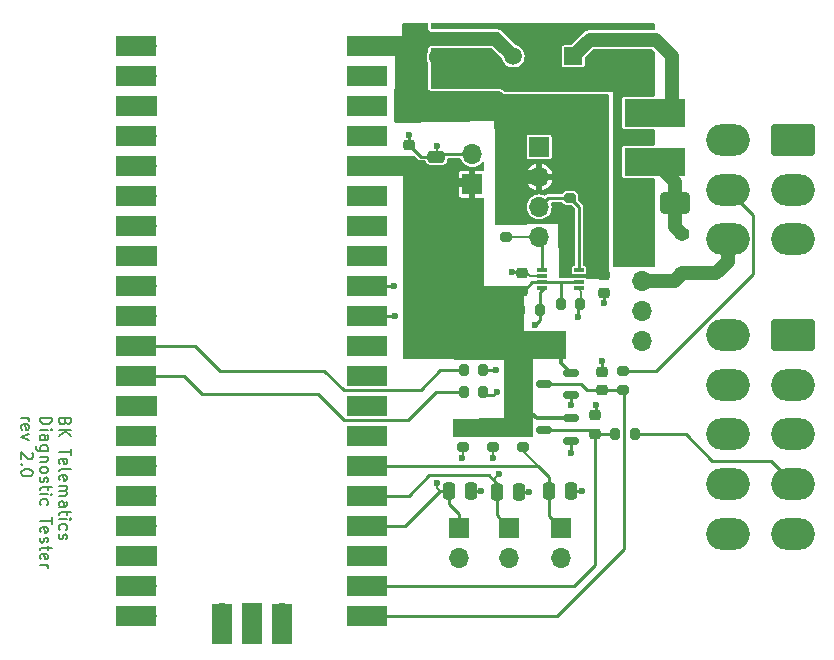
<source format=gbr>
%TF.GenerationSoftware,KiCad,Pcbnew,8.99.0-1896-g1e663268ac*%
%TF.CreationDate,2024-10-16T09:53:04+03:00*%
%TF.ProjectId,diagnostic_tester,64696167-6e6f-4737-9469-635f74657374,rev?*%
%TF.SameCoordinates,Original*%
%TF.FileFunction,Copper,L1,Top*%
%TF.FilePolarity,Positive*%
%FSLAX46Y46*%
G04 Gerber Fmt 4.6, Leading zero omitted, Abs format (unit mm)*
G04 Created by KiCad (PCBNEW 8.99.0-1896-g1e663268ac) date 2024-10-16 09:53:04*
%MOMM*%
%LPD*%
G01*
G04 APERTURE LIST*
G04 Aperture macros list*
%AMRoundRect*
0 Rectangle with rounded corners*
0 $1 Rounding radius*
0 $2 $3 $4 $5 $6 $7 $8 $9 X,Y pos of 4 corners*
0 Add a 4 corners polygon primitive as box body*
4,1,4,$2,$3,$4,$5,$6,$7,$8,$9,$2,$3,0*
0 Add four circle primitives for the rounded corners*
1,1,$1+$1,$2,$3*
1,1,$1+$1,$4,$5*
1,1,$1+$1,$6,$7*
1,1,$1+$1,$8,$9*
0 Add four rect primitives between the rounded corners*
20,1,$1+$1,$2,$3,$4,$5,0*
20,1,$1+$1,$4,$5,$6,$7,0*
20,1,$1+$1,$6,$7,$8,$9,0*
20,1,$1+$1,$8,$9,$2,$3,0*%
G04 Aperture macros list end*
%ADD10C,0.200000*%
%TA.AperFunction,NonConductor*%
%ADD11C,0.200000*%
%TD*%
%TA.AperFunction,ComponentPad*%
%ADD12RoundRect,0.250001X-1.599999X1.099999X-1.599999X-1.099999X1.599999X-1.099999X1.599999X1.099999X0*%
%TD*%
%TA.AperFunction,ComponentPad*%
%ADD13O,3.700000X2.700000*%
%TD*%
%TA.AperFunction,SMDPad,CuDef*%
%ADD14RoundRect,0.250000X0.475000X-0.250000X0.475000X0.250000X-0.475000X0.250000X-0.475000X-0.250000X0*%
%TD*%
%TA.AperFunction,SMDPad,CuDef*%
%ADD15RoundRect,0.225000X-0.250000X0.225000X-0.250000X-0.225000X0.250000X-0.225000X0.250000X0.225000X0*%
%TD*%
%TA.AperFunction,SMDPad,CuDef*%
%ADD16RoundRect,0.200000X0.200000X0.275000X-0.200000X0.275000X-0.200000X-0.275000X0.200000X-0.275000X0*%
%TD*%
%TA.AperFunction,SMDPad,CuDef*%
%ADD17RoundRect,0.225000X0.250000X-0.225000X0.250000X0.225000X-0.250000X0.225000X-0.250000X-0.225000X0*%
%TD*%
%TA.AperFunction,SMDPad,CuDef*%
%ADD18RoundRect,0.200000X-0.275000X0.200000X-0.275000X-0.200000X0.275000X-0.200000X0.275000X0.200000X0*%
%TD*%
%TA.AperFunction,SMDPad,CuDef*%
%ADD19RoundRect,0.250000X-0.250000X-0.475000X0.250000X-0.475000X0.250000X0.475000X-0.250000X0.475000X0*%
%TD*%
%TA.AperFunction,SMDPad,CuDef*%
%ADD20RoundRect,0.150000X0.512500X0.150000X-0.512500X0.150000X-0.512500X-0.150000X0.512500X-0.150000X0*%
%TD*%
%TA.AperFunction,ComponentPad*%
%ADD21R,1.700000X1.700000*%
%TD*%
%TA.AperFunction,ComponentPad*%
%ADD22O,1.700000X1.700000*%
%TD*%
%TA.AperFunction,SMDPad,CuDef*%
%ADD23RoundRect,0.200000X0.275000X-0.200000X0.275000X0.200000X-0.275000X0.200000X-0.275000X-0.200000X0*%
%TD*%
%TA.AperFunction,SMDPad,CuDef*%
%ADD24R,0.850000X0.300000*%
%TD*%
%TA.AperFunction,ComponentPad*%
%ADD25R,1.500000X1.500000*%
%TD*%
%TA.AperFunction,ComponentPad*%
%ADD26C,1.500000*%
%TD*%
%TA.AperFunction,SMDPad,CuDef*%
%ADD27RoundRect,0.250000X-1.100000X0.325000X-1.100000X-0.325000X1.100000X-0.325000X1.100000X0.325000X0*%
%TD*%
%TA.AperFunction,SMDPad,CuDef*%
%ADD28R,5.100000X2.350000*%
%TD*%
%TA.AperFunction,SMDPad,CuDef*%
%ADD29RoundRect,0.250000X-0.475000X0.250000X-0.475000X-0.250000X0.475000X-0.250000X0.475000X0.250000X0*%
%TD*%
%TA.AperFunction,SMDPad,CuDef*%
%ADD30R,3.500000X1.700000*%
%TD*%
%TA.AperFunction,SMDPad,CuDef*%
%ADD31R,1.700000X3.500000*%
%TD*%
%TA.AperFunction,SMDPad,CuDef*%
%ADD32RoundRect,0.250000X1.000000X0.650000X-1.000000X0.650000X-1.000000X-0.650000X1.000000X-0.650000X0*%
%TD*%
%TA.AperFunction,SMDPad,CuDef*%
%ADD33RoundRect,0.225000X-0.375000X0.225000X-0.375000X-0.225000X0.375000X-0.225000X0.375000X0.225000X0*%
%TD*%
%TA.AperFunction,ViaPad*%
%ADD34C,0.600000*%
%TD*%
%TA.AperFunction,Conductor*%
%ADD35C,0.150000*%
%TD*%
%TA.AperFunction,Conductor*%
%ADD36C,0.254000*%
%TD*%
%TA.AperFunction,Conductor*%
%ADD37C,1.200000*%
%TD*%
%TA.AperFunction,Conductor*%
%ADD38C,0.300000*%
%TD*%
%TA.AperFunction,Conductor*%
%ADD39C,0.200000*%
%TD*%
G04 APERTURE END LIST*
D10*
D11*
X48176478Y-71273006D02*
X48128859Y-71415863D01*
X48128859Y-71415863D02*
X48081240Y-71463482D01*
X48081240Y-71463482D02*
X47986002Y-71511101D01*
X47986002Y-71511101D02*
X47843145Y-71511101D01*
X47843145Y-71511101D02*
X47747907Y-71463482D01*
X47747907Y-71463482D02*
X47700288Y-71415863D01*
X47700288Y-71415863D02*
X47652668Y-71320625D01*
X47652668Y-71320625D02*
X47652668Y-70939673D01*
X47652668Y-70939673D02*
X48652668Y-70939673D01*
X48652668Y-70939673D02*
X48652668Y-71273006D01*
X48652668Y-71273006D02*
X48605049Y-71368244D01*
X48605049Y-71368244D02*
X48557430Y-71415863D01*
X48557430Y-71415863D02*
X48462192Y-71463482D01*
X48462192Y-71463482D02*
X48366954Y-71463482D01*
X48366954Y-71463482D02*
X48271716Y-71415863D01*
X48271716Y-71415863D02*
X48224097Y-71368244D01*
X48224097Y-71368244D02*
X48176478Y-71273006D01*
X48176478Y-71273006D02*
X48176478Y-70939673D01*
X47652668Y-71939673D02*
X48652668Y-71939673D01*
X47652668Y-72511101D02*
X48224097Y-72082530D01*
X48652668Y-72511101D02*
X48081240Y-71939673D01*
X48652668Y-73558721D02*
X48652668Y-74130149D01*
X47652668Y-73844435D02*
X48652668Y-73844435D01*
X47700288Y-74844435D02*
X47652668Y-74749197D01*
X47652668Y-74749197D02*
X47652668Y-74558721D01*
X47652668Y-74558721D02*
X47700288Y-74463483D01*
X47700288Y-74463483D02*
X47795526Y-74415864D01*
X47795526Y-74415864D02*
X48176478Y-74415864D01*
X48176478Y-74415864D02*
X48271716Y-74463483D01*
X48271716Y-74463483D02*
X48319335Y-74558721D01*
X48319335Y-74558721D02*
X48319335Y-74749197D01*
X48319335Y-74749197D02*
X48271716Y-74844435D01*
X48271716Y-74844435D02*
X48176478Y-74892054D01*
X48176478Y-74892054D02*
X48081240Y-74892054D01*
X48081240Y-74892054D02*
X47986002Y-74415864D01*
X47652668Y-75463483D02*
X47700288Y-75368245D01*
X47700288Y-75368245D02*
X47795526Y-75320626D01*
X47795526Y-75320626D02*
X48652668Y-75320626D01*
X47700288Y-76225388D02*
X47652668Y-76130150D01*
X47652668Y-76130150D02*
X47652668Y-75939674D01*
X47652668Y-75939674D02*
X47700288Y-75844436D01*
X47700288Y-75844436D02*
X47795526Y-75796817D01*
X47795526Y-75796817D02*
X48176478Y-75796817D01*
X48176478Y-75796817D02*
X48271716Y-75844436D01*
X48271716Y-75844436D02*
X48319335Y-75939674D01*
X48319335Y-75939674D02*
X48319335Y-76130150D01*
X48319335Y-76130150D02*
X48271716Y-76225388D01*
X48271716Y-76225388D02*
X48176478Y-76273007D01*
X48176478Y-76273007D02*
X48081240Y-76273007D01*
X48081240Y-76273007D02*
X47986002Y-75796817D01*
X47652668Y-76701579D02*
X48319335Y-76701579D01*
X48224097Y-76701579D02*
X48271716Y-76749198D01*
X48271716Y-76749198D02*
X48319335Y-76844436D01*
X48319335Y-76844436D02*
X48319335Y-76987293D01*
X48319335Y-76987293D02*
X48271716Y-77082531D01*
X48271716Y-77082531D02*
X48176478Y-77130150D01*
X48176478Y-77130150D02*
X47652668Y-77130150D01*
X48176478Y-77130150D02*
X48271716Y-77177769D01*
X48271716Y-77177769D02*
X48319335Y-77273007D01*
X48319335Y-77273007D02*
X48319335Y-77415864D01*
X48319335Y-77415864D02*
X48271716Y-77511103D01*
X48271716Y-77511103D02*
X48176478Y-77558722D01*
X48176478Y-77558722D02*
X47652668Y-77558722D01*
X47652668Y-78463483D02*
X48176478Y-78463483D01*
X48176478Y-78463483D02*
X48271716Y-78415864D01*
X48271716Y-78415864D02*
X48319335Y-78320626D01*
X48319335Y-78320626D02*
X48319335Y-78130150D01*
X48319335Y-78130150D02*
X48271716Y-78034912D01*
X47700288Y-78463483D02*
X47652668Y-78368245D01*
X47652668Y-78368245D02*
X47652668Y-78130150D01*
X47652668Y-78130150D02*
X47700288Y-78034912D01*
X47700288Y-78034912D02*
X47795526Y-77987293D01*
X47795526Y-77987293D02*
X47890764Y-77987293D01*
X47890764Y-77987293D02*
X47986002Y-78034912D01*
X47986002Y-78034912D02*
X48033621Y-78130150D01*
X48033621Y-78130150D02*
X48033621Y-78368245D01*
X48033621Y-78368245D02*
X48081240Y-78463483D01*
X48319335Y-78796817D02*
X48319335Y-79177769D01*
X48652668Y-78939674D02*
X47795526Y-78939674D01*
X47795526Y-78939674D02*
X47700288Y-78987293D01*
X47700288Y-78987293D02*
X47652668Y-79082531D01*
X47652668Y-79082531D02*
X47652668Y-79177769D01*
X47652668Y-79511103D02*
X48319335Y-79511103D01*
X48652668Y-79511103D02*
X48605049Y-79463484D01*
X48605049Y-79463484D02*
X48557430Y-79511103D01*
X48557430Y-79511103D02*
X48605049Y-79558722D01*
X48605049Y-79558722D02*
X48652668Y-79511103D01*
X48652668Y-79511103D02*
X48557430Y-79511103D01*
X47700288Y-80415864D02*
X47652668Y-80320626D01*
X47652668Y-80320626D02*
X47652668Y-80130150D01*
X47652668Y-80130150D02*
X47700288Y-80034912D01*
X47700288Y-80034912D02*
X47747907Y-79987293D01*
X47747907Y-79987293D02*
X47843145Y-79939674D01*
X47843145Y-79939674D02*
X48128859Y-79939674D01*
X48128859Y-79939674D02*
X48224097Y-79987293D01*
X48224097Y-79987293D02*
X48271716Y-80034912D01*
X48271716Y-80034912D02*
X48319335Y-80130150D01*
X48319335Y-80130150D02*
X48319335Y-80320626D01*
X48319335Y-80320626D02*
X48271716Y-80415864D01*
X47700288Y-80796817D02*
X47652668Y-80892055D01*
X47652668Y-80892055D02*
X47652668Y-81082531D01*
X47652668Y-81082531D02*
X47700288Y-81177769D01*
X47700288Y-81177769D02*
X47795526Y-81225388D01*
X47795526Y-81225388D02*
X47843145Y-81225388D01*
X47843145Y-81225388D02*
X47938383Y-81177769D01*
X47938383Y-81177769D02*
X47986002Y-81082531D01*
X47986002Y-81082531D02*
X47986002Y-80939674D01*
X47986002Y-80939674D02*
X48033621Y-80844436D01*
X48033621Y-80844436D02*
X48128859Y-80796817D01*
X48128859Y-80796817D02*
X48176478Y-80796817D01*
X48176478Y-80796817D02*
X48271716Y-80844436D01*
X48271716Y-80844436D02*
X48319335Y-80939674D01*
X48319335Y-80939674D02*
X48319335Y-81082531D01*
X48319335Y-81082531D02*
X48271716Y-81177769D01*
X46042724Y-70939673D02*
X47042724Y-70939673D01*
X47042724Y-70939673D02*
X47042724Y-71177768D01*
X47042724Y-71177768D02*
X46995105Y-71320625D01*
X46995105Y-71320625D02*
X46899867Y-71415863D01*
X46899867Y-71415863D02*
X46804629Y-71463482D01*
X46804629Y-71463482D02*
X46614153Y-71511101D01*
X46614153Y-71511101D02*
X46471296Y-71511101D01*
X46471296Y-71511101D02*
X46280820Y-71463482D01*
X46280820Y-71463482D02*
X46185582Y-71415863D01*
X46185582Y-71415863D02*
X46090344Y-71320625D01*
X46090344Y-71320625D02*
X46042724Y-71177768D01*
X46042724Y-71177768D02*
X46042724Y-70939673D01*
X46042724Y-71939673D02*
X46709391Y-71939673D01*
X47042724Y-71939673D02*
X46995105Y-71892054D01*
X46995105Y-71892054D02*
X46947486Y-71939673D01*
X46947486Y-71939673D02*
X46995105Y-71987292D01*
X46995105Y-71987292D02*
X47042724Y-71939673D01*
X47042724Y-71939673D02*
X46947486Y-71939673D01*
X46042724Y-72844434D02*
X46566534Y-72844434D01*
X46566534Y-72844434D02*
X46661772Y-72796815D01*
X46661772Y-72796815D02*
X46709391Y-72701577D01*
X46709391Y-72701577D02*
X46709391Y-72511101D01*
X46709391Y-72511101D02*
X46661772Y-72415863D01*
X46090344Y-72844434D02*
X46042724Y-72749196D01*
X46042724Y-72749196D02*
X46042724Y-72511101D01*
X46042724Y-72511101D02*
X46090344Y-72415863D01*
X46090344Y-72415863D02*
X46185582Y-72368244D01*
X46185582Y-72368244D02*
X46280820Y-72368244D01*
X46280820Y-72368244D02*
X46376058Y-72415863D01*
X46376058Y-72415863D02*
X46423677Y-72511101D01*
X46423677Y-72511101D02*
X46423677Y-72749196D01*
X46423677Y-72749196D02*
X46471296Y-72844434D01*
X46709391Y-73749196D02*
X45899867Y-73749196D01*
X45899867Y-73749196D02*
X45804629Y-73701577D01*
X45804629Y-73701577D02*
X45757010Y-73653958D01*
X45757010Y-73653958D02*
X45709391Y-73558720D01*
X45709391Y-73558720D02*
X45709391Y-73415863D01*
X45709391Y-73415863D02*
X45757010Y-73320625D01*
X46090344Y-73749196D02*
X46042724Y-73653958D01*
X46042724Y-73653958D02*
X46042724Y-73463482D01*
X46042724Y-73463482D02*
X46090344Y-73368244D01*
X46090344Y-73368244D02*
X46137963Y-73320625D01*
X46137963Y-73320625D02*
X46233201Y-73273006D01*
X46233201Y-73273006D02*
X46518915Y-73273006D01*
X46518915Y-73273006D02*
X46614153Y-73320625D01*
X46614153Y-73320625D02*
X46661772Y-73368244D01*
X46661772Y-73368244D02*
X46709391Y-73463482D01*
X46709391Y-73463482D02*
X46709391Y-73653958D01*
X46709391Y-73653958D02*
X46661772Y-73749196D01*
X46709391Y-74225387D02*
X46042724Y-74225387D01*
X46614153Y-74225387D02*
X46661772Y-74273006D01*
X46661772Y-74273006D02*
X46709391Y-74368244D01*
X46709391Y-74368244D02*
X46709391Y-74511101D01*
X46709391Y-74511101D02*
X46661772Y-74606339D01*
X46661772Y-74606339D02*
X46566534Y-74653958D01*
X46566534Y-74653958D02*
X46042724Y-74653958D01*
X46042724Y-75273006D02*
X46090344Y-75177768D01*
X46090344Y-75177768D02*
X46137963Y-75130149D01*
X46137963Y-75130149D02*
X46233201Y-75082530D01*
X46233201Y-75082530D02*
X46518915Y-75082530D01*
X46518915Y-75082530D02*
X46614153Y-75130149D01*
X46614153Y-75130149D02*
X46661772Y-75177768D01*
X46661772Y-75177768D02*
X46709391Y-75273006D01*
X46709391Y-75273006D02*
X46709391Y-75415863D01*
X46709391Y-75415863D02*
X46661772Y-75511101D01*
X46661772Y-75511101D02*
X46614153Y-75558720D01*
X46614153Y-75558720D02*
X46518915Y-75606339D01*
X46518915Y-75606339D02*
X46233201Y-75606339D01*
X46233201Y-75606339D02*
X46137963Y-75558720D01*
X46137963Y-75558720D02*
X46090344Y-75511101D01*
X46090344Y-75511101D02*
X46042724Y-75415863D01*
X46042724Y-75415863D02*
X46042724Y-75273006D01*
X46090344Y-75987292D02*
X46042724Y-76082530D01*
X46042724Y-76082530D02*
X46042724Y-76273006D01*
X46042724Y-76273006D02*
X46090344Y-76368244D01*
X46090344Y-76368244D02*
X46185582Y-76415863D01*
X46185582Y-76415863D02*
X46233201Y-76415863D01*
X46233201Y-76415863D02*
X46328439Y-76368244D01*
X46328439Y-76368244D02*
X46376058Y-76273006D01*
X46376058Y-76273006D02*
X46376058Y-76130149D01*
X46376058Y-76130149D02*
X46423677Y-76034911D01*
X46423677Y-76034911D02*
X46518915Y-75987292D01*
X46518915Y-75987292D02*
X46566534Y-75987292D01*
X46566534Y-75987292D02*
X46661772Y-76034911D01*
X46661772Y-76034911D02*
X46709391Y-76130149D01*
X46709391Y-76130149D02*
X46709391Y-76273006D01*
X46709391Y-76273006D02*
X46661772Y-76368244D01*
X46709391Y-76701578D02*
X46709391Y-77082530D01*
X47042724Y-76844435D02*
X46185582Y-76844435D01*
X46185582Y-76844435D02*
X46090344Y-76892054D01*
X46090344Y-76892054D02*
X46042724Y-76987292D01*
X46042724Y-76987292D02*
X46042724Y-77082530D01*
X46042724Y-77415864D02*
X46709391Y-77415864D01*
X47042724Y-77415864D02*
X46995105Y-77368245D01*
X46995105Y-77368245D02*
X46947486Y-77415864D01*
X46947486Y-77415864D02*
X46995105Y-77463483D01*
X46995105Y-77463483D02*
X47042724Y-77415864D01*
X47042724Y-77415864D02*
X46947486Y-77415864D01*
X46090344Y-78320625D02*
X46042724Y-78225387D01*
X46042724Y-78225387D02*
X46042724Y-78034911D01*
X46042724Y-78034911D02*
X46090344Y-77939673D01*
X46090344Y-77939673D02*
X46137963Y-77892054D01*
X46137963Y-77892054D02*
X46233201Y-77844435D01*
X46233201Y-77844435D02*
X46518915Y-77844435D01*
X46518915Y-77844435D02*
X46614153Y-77892054D01*
X46614153Y-77892054D02*
X46661772Y-77939673D01*
X46661772Y-77939673D02*
X46709391Y-78034911D01*
X46709391Y-78034911D02*
X46709391Y-78225387D01*
X46709391Y-78225387D02*
X46661772Y-78320625D01*
X47042724Y-79368245D02*
X47042724Y-79939673D01*
X46042724Y-79653959D02*
X47042724Y-79653959D01*
X46090344Y-80653959D02*
X46042724Y-80558721D01*
X46042724Y-80558721D02*
X46042724Y-80368245D01*
X46042724Y-80368245D02*
X46090344Y-80273007D01*
X46090344Y-80273007D02*
X46185582Y-80225388D01*
X46185582Y-80225388D02*
X46566534Y-80225388D01*
X46566534Y-80225388D02*
X46661772Y-80273007D01*
X46661772Y-80273007D02*
X46709391Y-80368245D01*
X46709391Y-80368245D02*
X46709391Y-80558721D01*
X46709391Y-80558721D02*
X46661772Y-80653959D01*
X46661772Y-80653959D02*
X46566534Y-80701578D01*
X46566534Y-80701578D02*
X46471296Y-80701578D01*
X46471296Y-80701578D02*
X46376058Y-80225388D01*
X46090344Y-81082531D02*
X46042724Y-81177769D01*
X46042724Y-81177769D02*
X46042724Y-81368245D01*
X46042724Y-81368245D02*
X46090344Y-81463483D01*
X46090344Y-81463483D02*
X46185582Y-81511102D01*
X46185582Y-81511102D02*
X46233201Y-81511102D01*
X46233201Y-81511102D02*
X46328439Y-81463483D01*
X46328439Y-81463483D02*
X46376058Y-81368245D01*
X46376058Y-81368245D02*
X46376058Y-81225388D01*
X46376058Y-81225388D02*
X46423677Y-81130150D01*
X46423677Y-81130150D02*
X46518915Y-81082531D01*
X46518915Y-81082531D02*
X46566534Y-81082531D01*
X46566534Y-81082531D02*
X46661772Y-81130150D01*
X46661772Y-81130150D02*
X46709391Y-81225388D01*
X46709391Y-81225388D02*
X46709391Y-81368245D01*
X46709391Y-81368245D02*
X46661772Y-81463483D01*
X46709391Y-81796817D02*
X46709391Y-82177769D01*
X47042724Y-81939674D02*
X46185582Y-81939674D01*
X46185582Y-81939674D02*
X46090344Y-81987293D01*
X46090344Y-81987293D02*
X46042724Y-82082531D01*
X46042724Y-82082531D02*
X46042724Y-82177769D01*
X46090344Y-82892055D02*
X46042724Y-82796817D01*
X46042724Y-82796817D02*
X46042724Y-82606341D01*
X46042724Y-82606341D02*
X46090344Y-82511103D01*
X46090344Y-82511103D02*
X46185582Y-82463484D01*
X46185582Y-82463484D02*
X46566534Y-82463484D01*
X46566534Y-82463484D02*
X46661772Y-82511103D01*
X46661772Y-82511103D02*
X46709391Y-82606341D01*
X46709391Y-82606341D02*
X46709391Y-82796817D01*
X46709391Y-82796817D02*
X46661772Y-82892055D01*
X46661772Y-82892055D02*
X46566534Y-82939674D01*
X46566534Y-82939674D02*
X46471296Y-82939674D01*
X46471296Y-82939674D02*
X46376058Y-82463484D01*
X46042724Y-83368246D02*
X46709391Y-83368246D01*
X46518915Y-83368246D02*
X46614153Y-83415865D01*
X46614153Y-83415865D02*
X46661772Y-83463484D01*
X46661772Y-83463484D02*
X46709391Y-83558722D01*
X46709391Y-83558722D02*
X46709391Y-83653960D01*
X44432780Y-70939673D02*
X45099447Y-70939673D01*
X44908971Y-70939673D02*
X45004209Y-70987292D01*
X45004209Y-70987292D02*
X45051828Y-71034911D01*
X45051828Y-71034911D02*
X45099447Y-71130149D01*
X45099447Y-71130149D02*
X45099447Y-71225387D01*
X44480400Y-71939673D02*
X44432780Y-71844435D01*
X44432780Y-71844435D02*
X44432780Y-71653959D01*
X44432780Y-71653959D02*
X44480400Y-71558721D01*
X44480400Y-71558721D02*
X44575638Y-71511102D01*
X44575638Y-71511102D02*
X44956590Y-71511102D01*
X44956590Y-71511102D02*
X45051828Y-71558721D01*
X45051828Y-71558721D02*
X45099447Y-71653959D01*
X45099447Y-71653959D02*
X45099447Y-71844435D01*
X45099447Y-71844435D02*
X45051828Y-71939673D01*
X45051828Y-71939673D02*
X44956590Y-71987292D01*
X44956590Y-71987292D02*
X44861352Y-71987292D01*
X44861352Y-71987292D02*
X44766114Y-71511102D01*
X45099447Y-72320626D02*
X44432780Y-72558721D01*
X44432780Y-72558721D02*
X45099447Y-72796816D01*
X45337542Y-73892055D02*
X45385161Y-73939674D01*
X45385161Y-73939674D02*
X45432780Y-74034912D01*
X45432780Y-74034912D02*
X45432780Y-74273007D01*
X45432780Y-74273007D02*
X45385161Y-74368245D01*
X45385161Y-74368245D02*
X45337542Y-74415864D01*
X45337542Y-74415864D02*
X45242304Y-74463483D01*
X45242304Y-74463483D02*
X45147066Y-74463483D01*
X45147066Y-74463483D02*
X45004209Y-74415864D01*
X45004209Y-74415864D02*
X44432780Y-73844436D01*
X44432780Y-73844436D02*
X44432780Y-74463483D01*
X44528019Y-74892055D02*
X44480400Y-74939674D01*
X44480400Y-74939674D02*
X44432780Y-74892055D01*
X44432780Y-74892055D02*
X44480400Y-74844436D01*
X44480400Y-74844436D02*
X44528019Y-74892055D01*
X44528019Y-74892055D02*
X44432780Y-74892055D01*
X45432780Y-75558721D02*
X45432780Y-75653959D01*
X45432780Y-75653959D02*
X45385161Y-75749197D01*
X45385161Y-75749197D02*
X45337542Y-75796816D01*
X45337542Y-75796816D02*
X45242304Y-75844435D01*
X45242304Y-75844435D02*
X45051828Y-75892054D01*
X45051828Y-75892054D02*
X44813733Y-75892054D01*
X44813733Y-75892054D02*
X44623257Y-75844435D01*
X44623257Y-75844435D02*
X44528019Y-75796816D01*
X44528019Y-75796816D02*
X44480400Y-75749197D01*
X44480400Y-75749197D02*
X44432780Y-75653959D01*
X44432780Y-75653959D02*
X44432780Y-75558721D01*
X44432780Y-75558721D02*
X44480400Y-75463483D01*
X44480400Y-75463483D02*
X44528019Y-75415864D01*
X44528019Y-75415864D02*
X44623257Y-75368245D01*
X44623257Y-75368245D02*
X44813733Y-75320626D01*
X44813733Y-75320626D02*
X45051828Y-75320626D01*
X45051828Y-75320626D02*
X45242304Y-75368245D01*
X45242304Y-75368245D02*
X45337542Y-75415864D01*
X45337542Y-75415864D02*
X45385161Y-75463483D01*
X45385161Y-75463483D02*
X45432780Y-75558721D01*
D12*
%TO.P,J5,1,Pin_1*%
%TO.N,unconnected-(J5-Pin_1-Pad1)*%
X109760000Y-63950000D03*
D13*
%TO.P,J5,2,Pin_2*%
%TO.N,GND*%
X109760000Y-68150000D03*
%TO.P,J5,3,Pin_3*%
%TO.N,unconnected-(J5-Pin_3-Pad3)*%
X109760000Y-72350000D03*
%TO.P,J5,4,Pin_4*%
%TO.N,/TX_MASTER*%
X109760000Y-76550000D03*
%TO.P,J5,5,Pin_5*%
%TO.N,unconnected-(J5-Pin_5-Pad5)*%
X109760000Y-80750000D03*
%TO.P,J5,6,Pin_6*%
%TO.N,GND*%
X104260000Y-63950000D03*
%TO.P,J5,7,Pin_7*%
%TO.N,unconnected-(J5-Pin_7-Pad7)*%
X104260000Y-68150000D03*
%TO.P,J5,8,Pin_8*%
%TO.N,unconnected-(J5-Pin_8-Pad8)*%
X104260000Y-72350000D03*
%TO.P,J5,9,Pin_9*%
%TO.N,unconnected-(J5-Pin_9-Pad9)*%
X104260000Y-76550000D03*
%TO.P,J5,10,Pin_10*%
%TO.N,unconnected-(J5-Pin_10-Pad10)*%
X104260000Y-80750000D03*
%TD*%
D14*
%TO.P,C12,1*%
%TO.N,+3V3*%
X79600000Y-50725000D03*
%TO.P,C12,2*%
%TO.N,GND*%
X79600000Y-48825000D03*
%TD*%
D15*
%TO.P,C8,1*%
%TO.N,+5V*%
X79500000Y-38840000D03*
%TO.P,C8,2*%
%TO.N,GND*%
X79500000Y-40390000D03*
%TD*%
D16*
%TO.P,R5,1*%
%TO.N,/RX_SNIFFER*%
X83565000Y-66940000D03*
%TO.P,R5,2*%
%TO.N,/TX1*%
X81915000Y-66940000D03*
%TD*%
D17*
%TO.P,C2,1*%
%TO.N,/RX0*%
X93055000Y-72275000D03*
%TO.P,C2,2*%
%TO.N,GND*%
X93055000Y-70725000D03*
%TD*%
D18*
%TO.P,R10,1*%
%TO.N,+3V3*%
X84385000Y-71755000D03*
%TO.P,R10,2*%
%TO.N,/Button2*%
X84385000Y-73405000D03*
%TD*%
D16*
%TO.P,R8,1*%
%TO.N,/PICO_SCL*%
X88360000Y-61835000D03*
%TO.P,R8,2*%
%TO.N,+3V3*%
X86710000Y-61835000D03*
%TD*%
D18*
%TO.P,R9,1*%
%TO.N,+3V3*%
X86960000Y-71755000D03*
%TO.P,R9,2*%
%TO.N,/Button1*%
X86960000Y-73405000D03*
%TD*%
D19*
%TO.P,C9,1*%
%TO.N,/Button1*%
X89135000Y-77175000D03*
%TO.P,C9,2*%
%TO.N,GND*%
X91035000Y-77175000D03*
%TD*%
D20*
%TO.P,D1,1,A*%
%TO.N,GND*%
X90987500Y-72890000D03*
%TO.P,D1,2,K*%
%TO.N,+3V3*%
X90987500Y-70990000D03*
%TO.P,D1,3,COM*%
%TO.N,/RX0*%
X88712500Y-71940000D03*
%TD*%
D21*
%TO.P,J7,1,Pin_1*%
%TO.N,GND*%
X88300000Y-48010000D03*
D22*
%TO.P,J7,2,Pin_2*%
%TO.N,+5V*%
X88300000Y-50550000D03*
%TO.P,J7,3,Pin_3*%
%TO.N,/LCD_SDA*%
X88300000Y-53090000D03*
%TO.P,J7,4,Pin_4*%
%TO.N,/LCD_SCL*%
X88300000Y-55630000D03*
%TD*%
D21*
%TO.P,J2,1,Pin_1*%
%TO.N,/Button2*%
X85785000Y-80235000D03*
D22*
%TO.P,J2,2,Pin_2*%
%TO.N,GND*%
X85785000Y-82775000D03*
%TD*%
D17*
%TO.P,C4,1*%
%TO.N,+3V3*%
X86830000Y-60210000D03*
%TO.P,C4,2*%
%TO.N,GND*%
X86830000Y-58660000D03*
%TD*%
D21*
%TO.P,J6,1,Pin_1*%
%TO.N,+3V3*%
X82650000Y-51175000D03*
D22*
%TO.P,J6,2,Pin_2*%
%TO.N,GND*%
X82650000Y-48635000D03*
%TD*%
D20*
%TO.P,D2,1,A*%
%TO.N,GND*%
X90987500Y-69050000D03*
%TO.P,D2,2,K*%
%TO.N,+3V3*%
X90987500Y-67150000D03*
%TO.P,D2,3,COM*%
%TO.N,/TX0*%
X88712500Y-68100000D03*
%TD*%
D16*
%TO.P,R7,1*%
%TO.N,/PICO_SDA*%
X91760000Y-61335000D03*
%TO.P,R7,2*%
%TO.N,+3V3*%
X90110000Y-61335000D03*
%TD*%
D23*
%TO.P,R1,1*%
%TO.N,/LCD_SCL*%
X85525000Y-55650000D03*
%TO.P,R1,2*%
%TO.N,+5V*%
X85525000Y-54000000D03*
%TD*%
D17*
%TO.P,C3,1*%
%TO.N,/TX0*%
X93660000Y-68590000D03*
%TO.P,C3,2*%
%TO.N,GND*%
X93660000Y-67040000D03*
%TD*%
D24*
%TO.P,U1,1,B2*%
%TO.N,/LCD_SCL*%
X88580000Y-58445000D03*
%TO.P,U1,2,GND*%
%TO.N,GND*%
X88580000Y-58945000D03*
%TO.P,U1,3,VCCA*%
%TO.N,+3V3*%
X88580000Y-59445000D03*
%TO.P,U1,4,A2*%
%TO.N,/PICO_SCL*%
X88580000Y-59945000D03*
%TO.P,U1,5,A1*%
%TO.N,/PICO_SDA*%
X91680000Y-59945000D03*
%TO.P,U1,6,OE*%
%TO.N,+3V3*%
X91680000Y-59445000D03*
%TO.P,U1,7,VCCB*%
%TO.N,+5V*%
X91680000Y-58945000D03*
%TO.P,U1,8,B1*%
%TO.N,/LCD_SDA*%
X91680000Y-58445000D03*
%TD*%
D25*
%TO.P,U3,1,Vin*%
%TO.N,/+VIN_PROTECTED*%
X91190000Y-40330000D03*
D26*
%TO.P,U3,2,GND*%
%TO.N,GND*%
X88650000Y-40330000D03*
%TO.P,U3,3,Vout*%
%TO.N,+5V*%
X86110000Y-40330000D03*
%TD*%
D21*
%TO.P,J8,1,Pin_1*%
%TO.N,GND*%
X96980000Y-56800000D03*
D22*
%TO.P,J8,2,Pin_2*%
%TO.N,+24V*%
X96980000Y-59340000D03*
%TO.P,J8,3,Pin_3*%
%TO.N,/RX_SNIFFER*%
X96980000Y-61880000D03*
%TO.P,J8,4,Pin_4*%
%TO.N,/TX_SNIFFER*%
X96980000Y-64420000D03*
%TD*%
D12*
%TO.P,J4,1,Pin_1*%
%TO.N,unconnected-(J4-Pin_1-Pad1)*%
X109760000Y-47430000D03*
D13*
%TO.P,J4,2,Pin_2*%
%TO.N,unconnected-(J4-Pin_2-Pad2)*%
X109760000Y-51630000D03*
%TO.P,J4,3,Pin_3*%
%TO.N,GND*%
X109760000Y-55830000D03*
%TO.P,J4,4,Pin_4*%
%TO.N,unconnected-(J4-Pin_4-Pad4)*%
X104260000Y-47430000D03*
%TO.P,J4,5,Pin_5*%
%TO.N,/RX_MASTER*%
X104260000Y-51630000D03*
%TO.P,J4,6,Pin_6*%
%TO.N,+24V*%
X104260000Y-55830000D03*
%TD*%
D18*
%TO.P,R4,1*%
%TO.N,/RX_MASTER*%
X95400000Y-66950000D03*
%TO.P,R4,2*%
%TO.N,/TX0*%
X95400000Y-68600000D03*
%TD*%
%TO.P,R11,1*%
%TO.N,+3V3*%
X81810000Y-71755000D03*
%TO.P,R11,2*%
%TO.N,/Button3*%
X81810000Y-73405000D03*
%TD*%
D16*
%TO.P,R3,1*%
%TO.N,/TX_MASTER*%
X96375000Y-72350000D03*
%TO.P,R3,2*%
%TO.N,/RX0*%
X94725000Y-72350000D03*
%TD*%
D27*
%TO.P,C5,1*%
%TO.N,/+VIN_PROTECTED*%
X96650000Y-38925000D03*
%TO.P,C5,2*%
%TO.N,GND*%
X96650000Y-41875000D03*
%TD*%
D15*
%TO.P,C1,1*%
%TO.N,+5V*%
X93750000Y-58865000D03*
%TO.P,C1,2*%
%TO.N,GND*%
X93750000Y-60415000D03*
%TD*%
D23*
%TO.P,R2,1*%
%TO.N,/LCD_SDA*%
X90930000Y-52335000D03*
%TO.P,R2,2*%
%TO.N,+5V*%
X90930000Y-50685000D03*
%TD*%
D17*
%TO.P,C6,1*%
%TO.N,+3V3*%
X77290000Y-49395000D03*
%TO.P,C6,2*%
%TO.N,GND*%
X77290000Y-47845000D03*
%TD*%
D21*
%TO.P,J3,1,Pin_1*%
%TO.N,/Button3*%
X81485000Y-80235000D03*
D22*
%TO.P,J3,2,Pin_2*%
%TO.N,GND*%
X81485000Y-82775000D03*
%TD*%
D19*
%TO.P,C11,1*%
%TO.N,/Button3*%
X80665000Y-77145000D03*
%TO.P,C11,2*%
%TO.N,GND*%
X82565000Y-77145000D03*
%TD*%
D28*
%TO.P,L1,1,1*%
%TO.N,Net-(D3-K)*%
X98075000Y-49275000D03*
%TO.P,L1,2,2*%
%TO.N,/+VIN_PROTECTED*%
X98075000Y-45125000D03*
%TD*%
D29*
%TO.P,C7,1*%
%TO.N,+5V*%
X81370000Y-38850000D03*
%TO.P,C7,2*%
%TO.N,GND*%
X81370000Y-40750000D03*
%TD*%
D22*
%TO.P,U2,1,GPIO0*%
%TO.N,unconnected-(U2-GPIO0-Pad1)_1*%
X55085000Y-39440000D03*
D30*
%TO.N,unconnected-(U2-GPIO0-Pad1)*%
X54185000Y-39440000D03*
D22*
%TO.P,U2,2,GPIO1*%
%TO.N,unconnected-(U2-GPIO1-Pad2)_1*%
X55085000Y-41980000D03*
D30*
%TO.N,unconnected-(U2-GPIO1-Pad2)*%
X54185000Y-41980000D03*
D21*
%TO.P,U2,3,GND*%
%TO.N,GND*%
X55085000Y-44520000D03*
D30*
X54185000Y-44520000D03*
D22*
%TO.P,U2,4,GPIO2*%
%TO.N,unconnected-(U2-GPIO2-Pad4)*%
X55085000Y-47060000D03*
D30*
%TO.N,unconnected-(U2-GPIO2-Pad4)_1*%
X54185000Y-47060000D03*
D22*
%TO.P,U2,5,GPIO3*%
%TO.N,unconnected-(U2-GPIO3-Pad5)*%
X55085000Y-49600000D03*
D30*
%TO.N,unconnected-(U2-GPIO3-Pad5)_1*%
X54185000Y-49600000D03*
D22*
%TO.P,U2,6,GPIO4*%
%TO.N,unconnected-(U2-GPIO4-Pad6)*%
X55085000Y-52140000D03*
D30*
%TO.N,unconnected-(U2-GPIO4-Pad6)_1*%
X54185000Y-52140000D03*
D22*
%TO.P,U2,7,GPIO5*%
%TO.N,unconnected-(U2-GPIO5-Pad7)_1*%
X55085000Y-54680000D03*
D30*
%TO.N,unconnected-(U2-GPIO5-Pad7)*%
X54185000Y-54680000D03*
D21*
%TO.P,U2,8,GND*%
%TO.N,GND*%
X55085000Y-57220000D03*
D30*
X54185000Y-57220000D03*
D22*
%TO.P,U2,9,GPIO6*%
%TO.N,unconnected-(U2-GPIO6-Pad9)_1*%
X55085000Y-59760000D03*
D30*
%TO.N,unconnected-(U2-GPIO6-Pad9)*%
X54185000Y-59760000D03*
D22*
%TO.P,U2,10,GPIO7*%
%TO.N,unconnected-(U2-GPIO7-Pad10)_1*%
X55085000Y-62300000D03*
D30*
%TO.N,unconnected-(U2-GPIO7-Pad10)*%
X54185000Y-62300000D03*
D22*
%TO.P,U2,11,GPIO8*%
%TO.N,/TX1*%
X55085000Y-64840000D03*
D30*
X54185000Y-64840000D03*
D22*
%TO.P,U2,12,GPIO9*%
%TO.N,/RX1*%
X55085000Y-67380000D03*
D30*
X54185000Y-67380000D03*
D21*
%TO.P,U2,13,GND*%
%TO.N,GND*%
X55085000Y-69920000D03*
D30*
X54185000Y-69920000D03*
D22*
%TO.P,U2,14,GPIO10*%
%TO.N,unconnected-(U2-GPIO10-Pad14)*%
X55085000Y-72460000D03*
D30*
%TO.N,unconnected-(U2-GPIO10-Pad14)_1*%
X54185000Y-72460000D03*
D22*
%TO.P,U2,15,GPIO11*%
%TO.N,unconnected-(U2-GPIO11-Pad15)_1*%
X55085000Y-75000000D03*
D30*
%TO.N,unconnected-(U2-GPIO11-Pad15)*%
X54185000Y-75000000D03*
D22*
%TO.P,U2,16,GPIO12*%
%TO.N,unconnected-(U2-GPIO12-Pad16)_1*%
X55085000Y-77540000D03*
D30*
%TO.N,unconnected-(U2-GPIO12-Pad16)*%
X54185000Y-77540000D03*
D22*
%TO.P,U2,17,GPIO13*%
%TO.N,unconnected-(U2-GPIO13-Pad17)*%
X55085000Y-80080000D03*
D30*
%TO.N,unconnected-(U2-GPIO13-Pad17)_1*%
X54185000Y-80080000D03*
D21*
%TO.P,U2,18,GND*%
%TO.N,GND*%
X55085000Y-82620000D03*
D30*
X54185000Y-82620000D03*
D22*
%TO.P,U2,19,GPIO14*%
%TO.N,unconnected-(U2-GPIO14-Pad19)*%
X55085000Y-85160000D03*
D30*
%TO.N,unconnected-(U2-GPIO14-Pad19)_1*%
X54185000Y-85160000D03*
D22*
%TO.P,U2,20,GPIO15*%
%TO.N,unconnected-(U2-GPIO15-Pad20)_1*%
X55085000Y-87700000D03*
D30*
%TO.N,unconnected-(U2-GPIO15-Pad20)*%
X54185000Y-87700000D03*
D22*
%TO.P,U2,21,GPIO16*%
%TO.N,/TX0*%
X72865000Y-87700000D03*
D30*
X73765000Y-87700000D03*
D22*
%TO.P,U2,22,GPIO17*%
%TO.N,/RX0*%
X72865000Y-85160000D03*
D30*
X73765000Y-85160000D03*
D21*
%TO.P,U2,23,GND*%
%TO.N,GND*%
X72865000Y-82620000D03*
D30*
X73765000Y-82620000D03*
D22*
%TO.P,U2,24,GPIO18*%
%TO.N,/Button3*%
X72865000Y-80080000D03*
D30*
X73765000Y-80080000D03*
D22*
%TO.P,U2,25,GPIO19*%
%TO.N,/Button2*%
X72865000Y-77540000D03*
D30*
X73765000Y-77540000D03*
D22*
%TO.P,U2,26,GPIO20*%
%TO.N,/Button1*%
X72865000Y-75000000D03*
D30*
X73765000Y-75000000D03*
D22*
%TO.P,U2,27,GPIO21*%
%TO.N,unconnected-(U2-GPIO21-Pad27)_1*%
X72865000Y-72460000D03*
D30*
%TO.N,unconnected-(U2-GPIO21-Pad27)*%
X73765000Y-72460000D03*
D21*
%TO.P,U2,28,GND*%
%TO.N,GND*%
X72865000Y-69920000D03*
D30*
X73765000Y-69920000D03*
D22*
%TO.P,U2,29,GPIO22*%
%TO.N,unconnected-(U2-GPIO22-Pad29)*%
X72865000Y-67380000D03*
D30*
%TO.N,unconnected-(U2-GPIO22-Pad29)_1*%
X73765000Y-67380000D03*
D22*
%TO.P,U2,30,RUN*%
%TO.N,unconnected-(U2-RUN-Pad30)_1*%
X72865000Y-64840000D03*
D30*
%TO.N,unconnected-(U2-RUN-Pad30)*%
X73765000Y-64840000D03*
D22*
%TO.P,U2,31,GPIO26_ADC0*%
%TO.N,/PICO_SDA*%
X72865000Y-62300000D03*
D30*
X73765000Y-62300000D03*
D22*
%TO.P,U2,32,GPIO27_ADC1*%
%TO.N,/PICO_SCL*%
X72865000Y-59760000D03*
D30*
X73765000Y-59760000D03*
D21*
%TO.P,U2,33,AGND*%
%TO.N,GND*%
X72865000Y-57220000D03*
D30*
X73765000Y-57220000D03*
D22*
%TO.P,U2,34,GPIO28_ADC2*%
%TO.N,unconnected-(U2-GPIO28_ADC2-Pad34)*%
X72865000Y-54680000D03*
D30*
%TO.N,unconnected-(U2-GPIO28_ADC2-Pad34)_1*%
X73765000Y-54680000D03*
D22*
%TO.P,U2,35,ADC_VREF*%
%TO.N,unconnected-(U2-ADC_VREF-Pad35)_1*%
X72865000Y-52140000D03*
D30*
%TO.N,unconnected-(U2-ADC_VREF-Pad35)*%
X73765000Y-52140000D03*
D22*
%TO.P,U2,36,3V3*%
%TO.N,+3V3*%
X72865000Y-49600000D03*
D30*
X73765000Y-49600000D03*
D22*
%TO.P,U2,37,3V3_EN*%
%TO.N,unconnected-(U2-3V3_EN-Pad37)*%
X72865000Y-47060000D03*
D30*
%TO.N,unconnected-(U2-3V3_EN-Pad37)_1*%
X73765000Y-47060000D03*
D21*
%TO.P,U2,38,GND*%
%TO.N,GND*%
X72865000Y-44520000D03*
D30*
X73765000Y-44520000D03*
D22*
%TO.P,U2,39,VSYS*%
%TO.N,unconnected-(U2-VSYS-Pad39)_1*%
X72865000Y-41980000D03*
D30*
%TO.N,unconnected-(U2-VSYS-Pad39)*%
X73765000Y-41980000D03*
D22*
%TO.P,U2,40,VBUS*%
%TO.N,+5V*%
X72865000Y-39440000D03*
D30*
X73765000Y-39440000D03*
D22*
%TO.P,U2,41,SWCLK*%
%TO.N,unconnected-(U2-SWCLK-Pad41)*%
X61435000Y-87470000D03*
D31*
%TO.N,unconnected-(U2-SWCLK-Pad41)_1*%
X61435000Y-88370000D03*
D21*
%TO.P,U2,42,GND*%
%TO.N,GND*%
X63975000Y-87470000D03*
D31*
X63975000Y-88370000D03*
D22*
%TO.P,U2,43,SWDIO*%
%TO.N,unconnected-(U2-SWDIO-Pad43)_1*%
X66515000Y-87470000D03*
D31*
%TO.N,unconnected-(U2-SWDIO-Pad43)*%
X66515000Y-88370000D03*
%TD*%
D32*
%TO.P,D4,1,A1*%
%TO.N,Net-(D3-K)*%
X99825000Y-52800000D03*
%TO.P,D4,2,A2*%
%TO.N,GND*%
X95825000Y-52800000D03*
%TD*%
D33*
%TO.P,D3,1,K*%
%TO.N,Net-(D3-K)*%
X100425000Y-55425000D03*
%TO.P,D3,2,A*%
%TO.N,+24V*%
X100425000Y-58725000D03*
%TD*%
D21*
%TO.P,J1,1,Pin_1*%
%TO.N,/Button1*%
X90125000Y-80235000D03*
D22*
%TO.P,J1,2,Pin_2*%
%TO.N,GND*%
X90125000Y-82775000D03*
%TD*%
D19*
%TO.P,C10,1*%
%TO.N,/Button2*%
X84715000Y-77235000D03*
%TO.P,C10,2*%
%TO.N,GND*%
X86615000Y-77235000D03*
%TD*%
D16*
%TO.P,R6,1*%
%TO.N,/TX_SNIFFER*%
X83545000Y-68770000D03*
%TO.P,R6,2*%
%TO.N,/RX1*%
X81895000Y-68770000D03*
%TD*%
D34*
%TO.N,/RX_SNIFFER*%
X84667000Y-66920000D03*
%TO.N,/TX_SNIFFER*%
X84700000Y-68780000D03*
%TO.N,GND*%
X90970000Y-69850000D03*
X96600000Y-42875000D03*
X88430000Y-42950000D03*
X79640000Y-47920000D03*
X96630000Y-54060000D03*
X83410000Y-77170000D03*
X86240000Y-42920000D03*
X85970000Y-58570000D03*
X95060000Y-54060000D03*
X93090000Y-69870000D03*
X92180000Y-42950000D03*
X93770000Y-61210000D03*
X93650000Y-66160000D03*
X87480000Y-77240000D03*
X91900000Y-77180000D03*
X97375000Y-42875000D03*
X79470000Y-41175000D03*
X77300000Y-47025000D03*
X91020000Y-73910000D03*
X80950000Y-41600000D03*
X90340000Y-42970000D03*
X79610000Y-42790000D03*
X95845000Y-54060000D03*
X81625000Y-41625000D03*
X95825000Y-42875000D03*
%TO.N,/PICO_SDA*%
X91625000Y-62415000D03*
X76080000Y-62300000D03*
%TO.N,/PICO_SCL*%
X87910000Y-63060000D03*
X75970000Y-59760000D03*
%TO.N,/Button2*%
X84910000Y-75690000D03*
X84380000Y-74340000D03*
%TO.N,/Button3*%
X79640000Y-76447031D03*
X81790000Y-74330000D03*
%TD*%
D35*
%TO.N,+5V*%
X91485000Y-58995000D02*
X91535000Y-58945000D01*
D36*
X93750000Y-58865000D02*
X93360000Y-58475000D01*
D37*
X84630000Y-38850000D02*
X86110000Y-40330000D01*
X86350000Y-50550000D02*
X85525000Y-49725000D01*
D36*
X93360000Y-58475000D02*
X93360000Y-52510000D01*
D37*
X86350000Y-50550000D02*
X85525000Y-51375000D01*
X81370000Y-38850000D02*
X84630000Y-38850000D01*
X85525000Y-49725000D02*
X85525000Y-44650000D01*
X78800000Y-43900000D02*
X76825000Y-41925000D01*
X85525000Y-51375000D02*
X85525000Y-54000000D01*
D36*
X90795000Y-50550000D02*
X90930000Y-50685000D01*
D37*
X84775000Y-43900000D02*
X78800000Y-43900000D01*
X76825000Y-39440000D02*
X77460000Y-39440000D01*
X76825000Y-41925000D02*
X76825000Y-39440000D01*
D36*
X93670000Y-58945000D02*
X91680000Y-58945000D01*
X88300000Y-50550000D02*
X90795000Y-50550000D01*
D37*
X88300000Y-50550000D02*
X86350000Y-50550000D01*
X77460000Y-39440000D02*
X78050000Y-38850000D01*
D36*
X93360000Y-52510000D02*
X91535000Y-50685000D01*
D37*
X78050000Y-38850000D02*
X81370000Y-38850000D01*
D36*
X91535000Y-50685000D02*
X90930000Y-50685000D01*
D37*
X85525000Y-44650000D02*
X84775000Y-43900000D01*
X72865000Y-39440000D02*
X76825000Y-39440000D01*
D36*
%TO.N,/RX_SNIFFER*%
X84667000Y-66920000D02*
X83585000Y-66920000D01*
X83585000Y-66920000D02*
X83565000Y-66940000D01*
D37*
%TO.N,+24V*%
X104260000Y-57715000D02*
X103250000Y-58725000D01*
X96980000Y-59340000D02*
X99810000Y-59340000D01*
X104260000Y-55830000D02*
X104260000Y-57715000D01*
X96980000Y-59340000D02*
X97200000Y-59560000D01*
X99810000Y-59340000D02*
X100425000Y-58725000D01*
X103250000Y-58725000D02*
X100425000Y-58725000D01*
D36*
%TO.N,+3V3*%
X90110000Y-59445000D02*
X91535000Y-59445000D01*
X87060000Y-60120000D02*
X87635000Y-59545000D01*
X72865000Y-49600000D02*
X74479000Y-49600000D01*
X79600000Y-50725000D02*
X82200000Y-50725000D01*
X77210000Y-49475000D02*
X72990000Y-49475000D01*
X87735000Y-59445000D02*
X87635000Y-59545000D01*
X86735000Y-60120000D02*
X87060000Y-60120000D01*
X78270000Y-49395000D02*
X79600000Y-50725000D01*
X90110000Y-61335000D02*
X90110000Y-59445000D01*
D38*
X90125000Y-66287500D02*
X90125000Y-65650000D01*
D36*
X88735000Y-59445000D02*
X87735000Y-59445000D01*
D38*
X90987500Y-70990000D02*
X88100000Y-70990000D01*
D36*
X82200000Y-50725000D02*
X82650000Y-51175000D01*
D38*
X90987500Y-67150000D02*
X90125000Y-66287500D01*
D39*
X90112818Y-61245000D02*
X90062818Y-61195000D01*
D36*
X88735000Y-59445000D02*
X90110000Y-59445000D01*
X77290000Y-49395000D02*
X77210000Y-49475000D01*
D38*
X88100000Y-70990000D02*
X87700000Y-70590000D01*
D36*
X86710000Y-60145000D02*
X86735000Y-60120000D01*
X86710000Y-61835000D02*
X86710000Y-60145000D01*
X77290000Y-49395000D02*
X78270000Y-49395000D01*
X72990000Y-49475000D02*
X72865000Y-49600000D01*
D35*
X87110000Y-60120000D02*
X87135000Y-60145000D01*
D36*
%TO.N,/TX_SNIFFER*%
X83825000Y-69050000D02*
X83545000Y-68770000D01*
X84430000Y-69050000D02*
X83825000Y-69050000D01*
X84700000Y-68780000D02*
X84430000Y-69050000D01*
%TO.N,/LCD_SCL*%
X88580000Y-58445000D02*
X88580000Y-55910000D01*
D39*
X88280000Y-55650000D02*
X88300000Y-55630000D01*
X85525000Y-55650000D02*
X88280000Y-55650000D01*
D36*
X88580000Y-55910000D02*
X88300000Y-55630000D01*
%TO.N,/LCD_SDA*%
X89055000Y-52335000D02*
X88300000Y-53090000D01*
X91680000Y-58445000D02*
X91680000Y-53085000D01*
X91680000Y-53085000D02*
X90930000Y-52335000D01*
X90930000Y-52335000D02*
X89055000Y-52335000D01*
%TO.N,/RX_MASTER*%
X106437000Y-53807000D02*
X104260000Y-51630000D01*
D39*
X105820000Y-51630000D02*
X104260000Y-51630000D01*
D36*
X98220000Y-66950000D02*
X106437000Y-58733000D01*
X106437000Y-58733000D02*
X106437000Y-53807000D01*
X95380000Y-66970000D02*
X95400000Y-66950000D01*
X95400000Y-66950000D02*
X98220000Y-66950000D01*
%TO.N,/TX_MASTER*%
X100690000Y-72350000D02*
X102950000Y-74610000D01*
X96375000Y-72350000D02*
X100690000Y-72350000D01*
X107970000Y-74610000D02*
X109910000Y-76550000D01*
X102950000Y-74610000D02*
X107970000Y-74610000D01*
%TO.N,/TX0*%
X89830000Y-87700000D02*
X95452000Y-82078000D01*
X93660000Y-68590000D02*
X95390000Y-68590000D01*
X95452000Y-82078000D02*
X95452000Y-68652000D01*
X72865000Y-87700000D02*
X89830000Y-87700000D01*
X88850000Y-68100000D02*
X91820000Y-68100000D01*
X95452000Y-68652000D02*
X95400000Y-68600000D01*
X95390000Y-68590000D02*
X95400000Y-68600000D01*
X91820000Y-68100000D02*
X92310000Y-68590000D01*
X92310000Y-68590000D02*
X93660000Y-68590000D01*
%TO.N,/RX0*%
X92720000Y-71940000D02*
X93055000Y-72275000D01*
X93055000Y-83385000D02*
X93055000Y-72275000D01*
X88850000Y-71940000D02*
X92720000Y-71940000D01*
X93055000Y-72275000D02*
X94650000Y-72275000D01*
X94650000Y-72275000D02*
X94725000Y-72350000D01*
X91280000Y-85160000D02*
X93055000Y-83385000D01*
X72865000Y-85160000D02*
X91280000Y-85160000D01*
%TO.N,/TX1*%
X61300000Y-66990000D02*
X70121000Y-66990000D01*
X59140000Y-64830000D02*
X61300000Y-66990000D01*
X71741000Y-68610000D02*
X78270000Y-68610000D01*
X55085000Y-64840000D02*
X58720000Y-64840000D01*
X58730000Y-64830000D02*
X59140000Y-64830000D01*
X70121000Y-66990000D02*
X71741000Y-68610000D01*
D39*
X58720000Y-64840000D02*
X58730000Y-64830000D01*
D36*
X79940000Y-66940000D02*
X81915000Y-66940000D01*
X78270000Y-68610000D02*
X79940000Y-66940000D01*
%TO.N,GND*%
X90970000Y-69850000D02*
X90970000Y-69067500D01*
D39*
X97375000Y-42600000D02*
X96650000Y-41875000D01*
D36*
X95060000Y-53565000D02*
X95825000Y-52800000D01*
D39*
X72865000Y-44520000D02*
X75370000Y-44520000D01*
X95825000Y-42700000D02*
X96650000Y-41875000D01*
D36*
X78270000Y-48825000D02*
X77290000Y-47845000D01*
X91035000Y-77175000D02*
X91895000Y-77175000D01*
X85970000Y-58570000D02*
X86735000Y-58570000D01*
X93090000Y-70690000D02*
X93055000Y-70725000D01*
D39*
X81010000Y-40390000D02*
X81370000Y-40750000D01*
D36*
X86615000Y-77235000D02*
X87475000Y-77235000D01*
X93770000Y-60435000D02*
X93750000Y-60415000D01*
X82650000Y-48635000D02*
X79790000Y-48635000D01*
D39*
X87535000Y-58945000D02*
X88635000Y-58945000D01*
X87160000Y-58570000D02*
X86735000Y-58570000D01*
D36*
X79790000Y-48635000D02*
X79600000Y-48825000D01*
X83385000Y-77145000D02*
X83410000Y-77170000D01*
D39*
X80950000Y-41600000D02*
X80950000Y-41170000D01*
X79640000Y-48785000D02*
X79600000Y-48825000D01*
D36*
X77300000Y-47025000D02*
X77300000Y-47835000D01*
D39*
X95825000Y-42875000D02*
X95825000Y-42700000D01*
D36*
X77300000Y-47835000D02*
X77290000Y-47845000D01*
D39*
X96600000Y-42875000D02*
X96600000Y-41925000D01*
D36*
X93090000Y-69870000D02*
X93090000Y-70690000D01*
X91020000Y-73910000D02*
X90987500Y-73877500D01*
D39*
X79470000Y-41175000D02*
X79470000Y-40420000D01*
D36*
X82565000Y-77145000D02*
X83385000Y-77145000D01*
D39*
X97375000Y-42875000D02*
X97375000Y-42600000D01*
D36*
X93660000Y-66170000D02*
X93660000Y-67040000D01*
X90987500Y-73877500D02*
X90987500Y-72890000D01*
D39*
X81625000Y-41625000D02*
X81625000Y-41005000D01*
D36*
X90970000Y-69067500D02*
X90987500Y-69050000D01*
D39*
X80950000Y-41170000D02*
X81370000Y-40750000D01*
X96600000Y-41925000D02*
X96650000Y-41875000D01*
D36*
X96630000Y-54060000D02*
X96630000Y-53605000D01*
D39*
X79470000Y-40420000D02*
X79500000Y-40390000D01*
D36*
X95845000Y-54060000D02*
X95845000Y-52820000D01*
X95845000Y-52820000D02*
X95825000Y-52800000D01*
X87475000Y-77235000D02*
X87480000Y-77240000D01*
X95060000Y-54060000D02*
X95060000Y-53565000D01*
D39*
X81625000Y-41005000D02*
X81370000Y-40750000D01*
X87535000Y-58945000D02*
X87160000Y-58570000D01*
D36*
X96630000Y-53605000D02*
X95825000Y-52800000D01*
D39*
X79640000Y-47920000D02*
X79640000Y-48785000D01*
D36*
X91895000Y-77175000D02*
X91900000Y-77180000D01*
X93650000Y-66160000D02*
X93660000Y-66170000D01*
X79600000Y-48825000D02*
X78270000Y-48825000D01*
X93770000Y-61210000D02*
X93770000Y-60435000D01*
%TO.N,/RX1*%
X77190000Y-71150000D02*
X79570000Y-68770000D01*
X69541000Y-68950000D02*
X71741000Y-71150000D01*
X79570000Y-68770000D02*
X81895000Y-68770000D01*
X71741000Y-71150000D02*
X77190000Y-71150000D01*
X55085000Y-67380000D02*
X58200000Y-67380000D01*
X59770000Y-68950000D02*
X69541000Y-68950000D01*
X58200000Y-67380000D02*
X59770000Y-68950000D01*
D39*
%TO.N,/PICO_SDA*%
X91835000Y-60245000D02*
X91835000Y-61245000D01*
D36*
X91625000Y-61470000D02*
X91760000Y-61335000D01*
X91625000Y-62415000D02*
X91625000Y-61455000D01*
D39*
X91535000Y-59945000D02*
X91835000Y-60245000D01*
D36*
X91640000Y-62430000D02*
X91625000Y-62415000D01*
X91625000Y-61455000D02*
X91835000Y-61245000D01*
X76080000Y-62300000D02*
X72865000Y-62300000D01*
%TO.N,/PICO_SCL*%
X88360000Y-61010000D02*
X88360000Y-60320000D01*
X88360000Y-61010000D02*
X88360000Y-62660000D01*
X88360000Y-62660000D02*
X87935000Y-63085000D01*
X88360000Y-60320000D02*
X88735000Y-59945000D01*
X88360000Y-61835000D02*
X88360000Y-61010000D01*
X75970000Y-59760000D02*
X72865000Y-59760000D01*
D39*
%TO.N,/Button1*%
X86960000Y-73405000D02*
X86960000Y-73750000D01*
D36*
X89135000Y-79245000D02*
X90125000Y-80235000D01*
X86970000Y-75000000D02*
X72865000Y-75000000D01*
X88210000Y-75000000D02*
X86970000Y-75000000D01*
X89135000Y-77175000D02*
X89135000Y-79245000D01*
X89135000Y-75925000D02*
X88210000Y-75000000D01*
D39*
X86960000Y-73750000D02*
X88210000Y-75000000D01*
D36*
X89135000Y-77175000D02*
X89135000Y-75925000D01*
%TO.N,/Button2*%
X84715000Y-79165000D02*
X85785000Y-80235000D01*
X84715000Y-77235000D02*
X84715000Y-76480062D01*
X77250000Y-77540000D02*
X72865000Y-77540000D01*
D39*
X84385000Y-74335000D02*
X84380000Y-74340000D01*
D36*
X84592469Y-76357531D02*
X84054969Y-75820031D01*
D39*
X84385000Y-73405000D02*
X84385000Y-74335000D01*
D36*
X84715000Y-77235000D02*
X84715000Y-79165000D01*
X84715000Y-76480062D02*
X84592469Y-76357531D01*
X78969969Y-75820031D02*
X77250000Y-77540000D01*
D39*
X84910000Y-75690000D02*
X84592469Y-76007531D01*
D36*
X80900000Y-75820031D02*
X78969969Y-75820031D01*
X84054969Y-75820031D02*
X80900000Y-75820031D01*
D39*
X84592469Y-76007531D02*
X84592469Y-76357531D01*
D36*
%TO.N,/Button3*%
X76970000Y-80080000D02*
X72865000Y-80080000D01*
X80665000Y-78280062D02*
X80665000Y-77145000D01*
D39*
X79640000Y-76447031D02*
X79640000Y-76880000D01*
D36*
X79905000Y-77145000D02*
X76970000Y-80080000D01*
X81485000Y-79100062D02*
X80665000Y-78280062D01*
D39*
X79640000Y-76880000D02*
X79905000Y-77145000D01*
D36*
X80665000Y-77145000D02*
X79905000Y-77145000D01*
D39*
X81810000Y-73405000D02*
X81810000Y-74310000D01*
D36*
X81485000Y-80235000D02*
X81485000Y-79100062D01*
D39*
X81810000Y-74310000D02*
X81790000Y-74330000D01*
D37*
%TO.N,Net-(D3-K)*%
X99810000Y-52785000D02*
X99825000Y-52800000D01*
X98075000Y-49275000D02*
X99810000Y-51010000D01*
X99825000Y-54825000D02*
X100425000Y-55425000D01*
X98100000Y-48895000D02*
X98100000Y-49045000D01*
X99810000Y-51010000D02*
X99810000Y-52785000D01*
X99825000Y-52800000D02*
X99825000Y-54825000D01*
X99920000Y-52580000D02*
X99860000Y-52640000D01*
%TO.N,/+VIN_PROTECTED*%
X92595000Y-38925000D02*
X91190000Y-40330000D01*
X98075000Y-45125000D02*
X99550000Y-45125000D01*
X96650000Y-38925000D02*
X92595000Y-38925000D01*
X98175000Y-38925000D02*
X96650000Y-38925000D01*
X99550000Y-40300000D02*
X98175000Y-38925000D01*
X99550000Y-45125000D02*
X99550000Y-40300000D01*
%TD*%
%TA.AperFunction,Conductor*%
%TO.N,GND*%
G36*
X97975978Y-37529902D02*
G01*
X98043002Y-37549640D01*
X98088715Y-37602480D01*
X98099880Y-37654022D01*
X98099545Y-38000620D01*
X98079796Y-38067640D01*
X98026947Y-38113344D01*
X97975545Y-38124500D01*
X92516155Y-38124500D01*
X92361510Y-38155261D01*
X92361498Y-38155264D01*
X92215827Y-38215602D01*
X92215814Y-38215609D01*
X92084711Y-38303210D01*
X92084707Y-38303213D01*
X91044741Y-39343181D01*
X90983418Y-39376666D01*
X90957060Y-39379500D01*
X90420247Y-39379500D01*
X90361770Y-39391131D01*
X90361769Y-39391132D01*
X90295447Y-39435447D01*
X90251132Y-39501769D01*
X90251131Y-39501770D01*
X90239500Y-39560247D01*
X90239500Y-41099752D01*
X90251131Y-41158229D01*
X90251132Y-41158230D01*
X90295447Y-41224552D01*
X90361769Y-41268867D01*
X90361770Y-41268868D01*
X90420247Y-41280499D01*
X90420250Y-41280500D01*
X90420252Y-41280500D01*
X91959750Y-41280500D01*
X91959751Y-41280499D01*
X91974568Y-41277552D01*
X92018229Y-41268868D01*
X92018229Y-41268867D01*
X92018231Y-41268867D01*
X92084552Y-41224552D01*
X92128867Y-41158231D01*
X92128867Y-41158229D01*
X92128868Y-41158229D01*
X92140499Y-41099752D01*
X92140500Y-41099750D01*
X92140500Y-40562940D01*
X92160185Y-40495901D01*
X92176819Y-40475259D01*
X92890259Y-39761819D01*
X92951582Y-39728334D01*
X92977940Y-39725500D01*
X96571158Y-39725500D01*
X97792060Y-39725500D01*
X97859099Y-39745185D01*
X97879741Y-39761819D01*
X98061262Y-39943340D01*
X98094747Y-40004663D01*
X98097581Y-40031141D01*
X98094831Y-42876634D01*
X98094434Y-43288681D01*
X98094108Y-43625620D01*
X98074359Y-43692640D01*
X98021510Y-43738344D01*
X97970108Y-43749500D01*
X95505247Y-43749500D01*
X95446770Y-43761131D01*
X95446769Y-43761132D01*
X95380447Y-43805447D01*
X95336132Y-43871769D01*
X95336131Y-43871770D01*
X95324500Y-43930247D01*
X95324500Y-46319752D01*
X95336131Y-46378229D01*
X95336132Y-46378230D01*
X95380447Y-46444552D01*
X95446769Y-46488867D01*
X95446770Y-46488868D01*
X95505247Y-46500499D01*
X95505250Y-46500500D01*
X97967209Y-46500500D01*
X98034248Y-46520185D01*
X98080003Y-46572989D01*
X98091209Y-46624620D01*
X98090096Y-47775620D01*
X98070347Y-47842640D01*
X98017498Y-47888344D01*
X97966096Y-47899500D01*
X95505247Y-47899500D01*
X95446770Y-47911131D01*
X95446769Y-47911132D01*
X95380447Y-47955447D01*
X95336132Y-48021769D01*
X95336131Y-48021770D01*
X95324500Y-48080247D01*
X95324500Y-50469752D01*
X95336131Y-50528229D01*
X95336132Y-50528230D01*
X95380447Y-50594552D01*
X95446769Y-50638867D01*
X95446770Y-50638868D01*
X95505247Y-50650499D01*
X95505250Y-50650500D01*
X95505252Y-50650500D01*
X97963197Y-50650500D01*
X98030236Y-50670185D01*
X98075991Y-50722989D01*
X98087197Y-50774620D01*
X98080120Y-58095769D01*
X98060371Y-58162789D01*
X98007522Y-58208493D01*
X97955770Y-58219649D01*
X94663983Y-58210350D01*
X94596999Y-58190476D01*
X94551394Y-58137543D01*
X94540333Y-58086017D01*
X94560262Y-50670185D01*
X94580000Y-43325000D01*
X85383441Y-43325000D01*
X85316402Y-43305315D01*
X85295760Y-43288681D01*
X85285292Y-43278213D01*
X85285288Y-43278210D01*
X85154185Y-43190609D01*
X85154172Y-43190602D01*
X85008501Y-43130264D01*
X85008489Y-43130261D01*
X84853845Y-43099500D01*
X84853842Y-43099500D01*
X79224000Y-43099500D01*
X79156961Y-43079815D01*
X79111206Y-43027011D01*
X79100000Y-42975500D01*
X79100000Y-39774500D01*
X79119685Y-39707461D01*
X79172489Y-39661706D01*
X79224000Y-39650500D01*
X81291158Y-39650500D01*
X84247060Y-39650500D01*
X84314099Y-39670185D01*
X84334741Y-39686819D01*
X85155208Y-40507286D01*
X85186187Y-40558971D01*
X85227604Y-40695502D01*
X85315862Y-40860623D01*
X85315864Y-40860626D01*
X85434642Y-41005357D01*
X85579373Y-41124135D01*
X85579376Y-41124137D01*
X85744497Y-41212395D01*
X85744499Y-41212396D01*
X85923666Y-41266746D01*
X85923668Y-41266747D01*
X85940374Y-41268392D01*
X86110000Y-41285099D01*
X86296331Y-41266747D01*
X86475501Y-41212396D01*
X86640625Y-41124136D01*
X86785357Y-41005357D01*
X86904136Y-40860625D01*
X86992396Y-40695501D01*
X87046747Y-40516331D01*
X87065099Y-40330000D01*
X87046747Y-40143669D01*
X86992396Y-39964499D01*
X86969050Y-39920821D01*
X86904137Y-39799376D01*
X86904135Y-39799373D01*
X86785357Y-39654642D01*
X86640626Y-39535864D01*
X86640623Y-39535862D01*
X86475502Y-39447604D01*
X86338971Y-39406187D01*
X86287286Y-39375208D01*
X85140292Y-38228213D01*
X85140288Y-38228210D01*
X85009185Y-38140609D01*
X85009172Y-38140602D01*
X84863501Y-38080264D01*
X84863489Y-38080261D01*
X84708845Y-38049500D01*
X84708842Y-38049500D01*
X81448842Y-38049500D01*
X79224000Y-38049500D01*
X79156961Y-38029815D01*
X79111206Y-37977011D01*
X79100000Y-37925500D01*
X79100000Y-37639097D01*
X79119685Y-37572058D01*
X79172489Y-37526303D01*
X79224093Y-37515097D01*
X97975978Y-37529902D01*
G37*
%TD.AperFunction*%
%TD*%
%TA.AperFunction,Conductor*%
%TO.N,+3V3*%
G36*
X77799028Y-48818907D02*
G01*
X77810841Y-48828996D01*
X78007935Y-49026090D01*
X78007934Y-49026090D01*
X78042345Y-49060500D01*
X78068910Y-49087065D01*
X78143590Y-49130181D01*
X78143592Y-49130181D01*
X78143593Y-49130182D01*
X78185237Y-49141340D01*
X78226881Y-49152499D01*
X78226883Y-49152500D01*
X78226884Y-49152500D01*
X78604591Y-49152500D01*
X78662782Y-49171407D01*
X78698034Y-49218801D01*
X78711368Y-49256905D01*
X78722208Y-49287885D01*
X78802845Y-49397144D01*
X78802847Y-49397146D01*
X78802850Y-49397150D01*
X78802853Y-49397152D01*
X78802855Y-49397154D01*
X78912116Y-49477792D01*
X78912117Y-49477792D01*
X78912118Y-49477793D01*
X79040301Y-49522646D01*
X79070725Y-49525499D01*
X79070727Y-49525500D01*
X79070734Y-49525500D01*
X80129273Y-49525500D01*
X80129273Y-49525499D01*
X80159699Y-49522646D01*
X80287882Y-49477793D01*
X80397150Y-49397150D01*
X80477793Y-49287882D01*
X80522646Y-49159699D01*
X80525499Y-49129273D01*
X80525500Y-49129273D01*
X80525500Y-49061500D01*
X80544407Y-49003309D01*
X80593907Y-48967345D01*
X80624500Y-48962500D01*
X81578153Y-48962500D01*
X81636344Y-48981407D01*
X81672308Y-49030907D01*
X81672890Y-49032763D01*
X81674767Y-49038952D01*
X81674768Y-49038954D01*
X81772316Y-49221452D01*
X81826836Y-49287885D01*
X81903590Y-49381410D01*
X81903595Y-49381414D01*
X82063547Y-49512683D01*
X82063548Y-49512683D01*
X82063550Y-49512685D01*
X82246046Y-49610232D01*
X82364480Y-49646158D01*
X82444065Y-49670300D01*
X82444070Y-49670301D01*
X82649997Y-49690583D01*
X82650000Y-49690583D01*
X82650003Y-49690583D01*
X82855929Y-49670301D01*
X82855934Y-49670300D01*
X83053954Y-49610232D01*
X83236450Y-49512685D01*
X83396410Y-49381410D01*
X83474473Y-49286289D01*
X83526003Y-49253303D01*
X83587082Y-49256905D01*
X83634379Y-49295720D01*
X83650000Y-49349095D01*
X83650000Y-49926193D01*
X83631093Y-49984384D01*
X83581593Y-50020348D01*
X83547652Y-50024725D01*
X83547652Y-50025000D01*
X83545527Y-50025000D01*
X83545302Y-50025029D01*
X83544799Y-50025000D01*
X82900001Y-50025000D01*
X82900000Y-50025001D01*
X82900000Y-50741988D01*
X82842993Y-50709075D01*
X82715826Y-50675000D01*
X82584174Y-50675000D01*
X82457007Y-50709075D01*
X82400000Y-50741988D01*
X82400000Y-50025001D01*
X82399999Y-50025000D01*
X81755210Y-50025000D01*
X81755207Y-50025001D01*
X81730125Y-50027909D01*
X81627522Y-50073213D01*
X81548213Y-50152522D01*
X81502909Y-50255127D01*
X81500000Y-50280202D01*
X81500000Y-50924999D01*
X81500001Y-50925000D01*
X82216988Y-50925000D01*
X82184075Y-50982007D01*
X82150000Y-51109174D01*
X82150000Y-51240826D01*
X82184075Y-51367993D01*
X82216988Y-51425000D01*
X81500002Y-51425000D01*
X81500001Y-51425001D01*
X81500001Y-52069791D01*
X81502909Y-52094874D01*
X81548213Y-52197477D01*
X81627522Y-52276786D01*
X81730127Y-52322090D01*
X81755203Y-52324999D01*
X82399998Y-52324999D01*
X82400000Y-52324998D01*
X82400000Y-51608012D01*
X82457007Y-51640925D01*
X82584174Y-51675000D01*
X82715826Y-51675000D01*
X82842993Y-51640925D01*
X82900000Y-51608012D01*
X82900000Y-52324998D01*
X82900001Y-52324999D01*
X83544792Y-52324999D01*
X83545276Y-52324971D01*
X83545383Y-52324999D01*
X83547650Y-52324999D01*
X83547650Y-52325593D01*
X83604463Y-52340482D01*
X83643228Y-52387820D01*
X83650000Y-52423805D01*
X83650000Y-59777915D01*
X83650000Y-59777917D01*
X86900177Y-59750831D01*
X86958521Y-59769253D01*
X86994896Y-59818452D01*
X87000000Y-59849828D01*
X87000000Y-63600000D01*
X90501000Y-63600000D01*
X90559191Y-63618907D01*
X90595155Y-63668407D01*
X90600000Y-63699000D01*
X90600000Y-65900297D01*
X90581093Y-65958488D01*
X90531593Y-65994452D01*
X90500300Y-65999295D01*
X87770000Y-65980000D01*
X87789698Y-72470553D01*
X87770967Y-72528800D01*
X87721576Y-72564914D01*
X87690552Y-72569853D01*
X81100137Y-72560147D01*
X81041974Y-72541154D01*
X81006083Y-72491601D01*
X81001291Y-72459876D01*
X81018742Y-71107492D01*
X81038398Y-71049554D01*
X81088358Y-71014232D01*
X81117497Y-71009773D01*
X85330000Y-71000000D01*
X85290000Y-66010000D01*
X85269021Y-66009975D01*
X76898883Y-66000116D01*
X76840715Y-65981140D01*
X76804809Y-65931598D01*
X76800000Y-65901116D01*
X76800000Y-50450001D01*
X76800000Y-50450000D01*
X76799999Y-50450000D01*
X73861582Y-50450000D01*
X73803391Y-50431093D01*
X73767427Y-50381593D01*
X73762612Y-50353447D01*
X73754490Y-50025029D01*
X73740958Y-49477792D01*
X73726705Y-48901447D01*
X73744168Y-48842807D01*
X73792764Y-48805630D01*
X73825675Y-48800000D01*
X77740837Y-48800000D01*
X77799028Y-48818907D01*
G37*
%TD.AperFunction*%
%TD*%
%TA.AperFunction,Conductor*%
%TO.N,+5V*%
G36*
X78801492Y-37492022D02*
G01*
X78859662Y-37510986D01*
X78895578Y-37560520D01*
X78899386Y-37605109D01*
X78894500Y-37639097D01*
X78894500Y-37925500D01*
X78898526Y-37962943D01*
X78899197Y-37969185D01*
X78910404Y-38020699D01*
X78912889Y-38030871D01*
X78912889Y-38030872D01*
X78912890Y-38030873D01*
X78955900Y-38111585D01*
X79001655Y-38164389D01*
X79001667Y-38164401D01*
X79019247Y-38182344D01*
X79019249Y-38182346D01*
X79099058Y-38226988D01*
X79099062Y-38226990D01*
X79166095Y-38246673D01*
X79166102Y-38246675D01*
X79224000Y-38255000D01*
X84678854Y-38255000D01*
X84698167Y-38256901D01*
X84793994Y-38275963D01*
X84812564Y-38281597D01*
X84902827Y-38318984D01*
X84919944Y-38328133D01*
X85001182Y-38382415D01*
X85016184Y-38394726D01*
X85796949Y-39175492D01*
X85824726Y-39230009D01*
X85815155Y-39290441D01*
X85771890Y-39333706D01*
X85755684Y-39340233D01*
X85706234Y-39355233D01*
X85706232Y-39355234D01*
X85564528Y-39430975D01*
X85980590Y-39847037D01*
X85917007Y-39864075D01*
X85802993Y-39929901D01*
X85709901Y-40022993D01*
X85644075Y-40137007D01*
X85627037Y-40200590D01*
X85210975Y-39784528D01*
X85135234Y-39926232D01*
X85135230Y-39926241D01*
X85120231Y-39975685D01*
X85085245Y-40025881D01*
X85027437Y-40045926D01*
X84968886Y-40028164D01*
X84955491Y-40016949D01*
X84480045Y-39541503D01*
X84463699Y-39526820D01*
X84463692Y-39526814D01*
X84463684Y-39526807D01*
X84443042Y-39510173D01*
X84443041Y-39510172D01*
X84371998Y-39473010D01*
X84371993Y-39473008D01*
X84304964Y-39453326D01*
X84304955Y-39453324D01*
X84258744Y-39446680D01*
X84247060Y-39445000D01*
X79224000Y-39445000D01*
X79192797Y-39448355D01*
X79180314Y-39449697D01*
X79128800Y-39460904D01*
X79118628Y-39463389D01*
X79037914Y-39506400D01*
X78985113Y-39552153D01*
X78985098Y-39552167D01*
X78967155Y-39569747D01*
X78967153Y-39569749D01*
X78922511Y-39649558D01*
X78922509Y-39649562D01*
X78902826Y-39716595D01*
X78902824Y-39716604D01*
X78894500Y-39774500D01*
X78894500Y-39901694D01*
X78883710Y-39946639D01*
X78840281Y-40031872D01*
X78840281Y-40031874D01*
X78824500Y-40131510D01*
X78824500Y-40648490D01*
X78840281Y-40748127D01*
X78840282Y-40748129D01*
X78883709Y-40833359D01*
X78894500Y-40878304D01*
X78894500Y-42975500D01*
X78898526Y-43012943D01*
X78899197Y-43019185D01*
X78910404Y-43070699D01*
X78912889Y-43080871D01*
X78912889Y-43080872D01*
X78912890Y-43080873D01*
X78955900Y-43161585D01*
X79001655Y-43214389D01*
X79001667Y-43214401D01*
X79019247Y-43232344D01*
X79019249Y-43232346D01*
X79099058Y-43276988D01*
X79099062Y-43276990D01*
X79139552Y-43288879D01*
X79166102Y-43296675D01*
X79224000Y-43305000D01*
X84823854Y-43305000D01*
X84843167Y-43306901D01*
X84938994Y-43325963D01*
X84957564Y-43331597D01*
X85047827Y-43368984D01*
X85064944Y-43378133D01*
X85150106Y-43435037D01*
X85161255Y-43443697D01*
X85166817Y-43448693D01*
X85187459Y-43465327D01*
X85258504Y-43502490D01*
X85325543Y-43522175D01*
X85383441Y-43530500D01*
X94086710Y-43530500D01*
X94144901Y-43549407D01*
X94180865Y-43598907D01*
X94185708Y-43629088D01*
X94195371Y-45963135D01*
X94249589Y-59060821D01*
X94230923Y-59119090D01*
X94181572Y-59155258D01*
X94150821Y-59160231D01*
X92300907Y-59164542D01*
X92245674Y-59147857D01*
X92183233Y-59106134D01*
X92183231Y-59106133D01*
X92183228Y-59106132D01*
X92183227Y-59106132D01*
X92124758Y-59094501D01*
X92124748Y-59094500D01*
X91235252Y-59094500D01*
X91235251Y-59094500D01*
X91235241Y-59094501D01*
X91176772Y-59106132D01*
X91176770Y-59106132D01*
X91176769Y-59106133D01*
X91176768Y-59106133D01*
X91167757Y-59109866D01*
X91166328Y-59106417D01*
X91129725Y-59117500D01*
X90057366Y-59117500D01*
X89999175Y-59098593D01*
X89963211Y-59049093D01*
X89958372Y-59019571D01*
X89953991Y-58614746D01*
X89910000Y-54550000D01*
X89909999Y-54550000D01*
X84649705Y-54608883D01*
X84591306Y-54590628D01*
X84554791Y-54541534D01*
X84549598Y-54510288D01*
X84548129Y-54145583D01*
X84543877Y-53089996D01*
X87244417Y-53089996D01*
X87244417Y-53090003D01*
X87264698Y-53295929D01*
X87264699Y-53295934D01*
X87324768Y-53493954D01*
X87422316Y-53676452D01*
X87429699Y-53685448D01*
X87553590Y-53836410D01*
X87553595Y-53836414D01*
X87713547Y-53967683D01*
X87713548Y-53967683D01*
X87713550Y-53967685D01*
X87896046Y-54065232D01*
X88033997Y-54107078D01*
X88094065Y-54125300D01*
X88094070Y-54125301D01*
X88299997Y-54145583D01*
X88300000Y-54145583D01*
X88300003Y-54145583D01*
X88505929Y-54125301D01*
X88505934Y-54125300D01*
X88703954Y-54065232D01*
X88886450Y-53967685D01*
X89046410Y-53836410D01*
X89177685Y-53676450D01*
X89275232Y-53493954D01*
X89335300Y-53295934D01*
X89335301Y-53295929D01*
X89355583Y-53090003D01*
X89355583Y-53089996D01*
X89335301Y-52884070D01*
X89335300Y-52884065D01*
X89306838Y-52790238D01*
X89308039Y-52729064D01*
X89344968Y-52680280D01*
X89401575Y-52662500D01*
X90209806Y-52662500D01*
X90267997Y-52681407D01*
X90298014Y-52716553D01*
X90326950Y-52773342D01*
X90416658Y-52863050D01*
X90529696Y-52920646D01*
X90623481Y-52935500D01*
X91026336Y-52935499D01*
X91084527Y-52954406D01*
X91096340Y-52964495D01*
X91323504Y-53191659D01*
X91351281Y-53246176D01*
X91352500Y-53261663D01*
X91352500Y-57995500D01*
X91333593Y-58053691D01*
X91284093Y-58089655D01*
X91253500Y-58094500D01*
X91235252Y-58094500D01*
X91235251Y-58094500D01*
X91235241Y-58094501D01*
X91176772Y-58106132D01*
X91176766Y-58106134D01*
X91110451Y-58150445D01*
X91110445Y-58150451D01*
X91066134Y-58216766D01*
X91066132Y-58216772D01*
X91054501Y-58275241D01*
X91054500Y-58275253D01*
X91054500Y-58614746D01*
X91054501Y-58614758D01*
X91066132Y-58673227D01*
X91066134Y-58673233D01*
X91110445Y-58739548D01*
X91110448Y-58739552D01*
X91176769Y-58783867D01*
X91221231Y-58792711D01*
X91235241Y-58795498D01*
X91235246Y-58795498D01*
X91235252Y-58795500D01*
X91235253Y-58795500D01*
X92124747Y-58795500D01*
X92124748Y-58795500D01*
X92183231Y-58783867D01*
X92249552Y-58739552D01*
X92293867Y-58673231D01*
X92305500Y-58614748D01*
X92305500Y-58275252D01*
X92293867Y-58216769D01*
X92249552Y-58150448D01*
X92249548Y-58150445D01*
X92183233Y-58106134D01*
X92183231Y-58106133D01*
X92183228Y-58106132D01*
X92183227Y-58106132D01*
X92124758Y-58094501D01*
X92124748Y-58094500D01*
X92124747Y-58094500D01*
X92106500Y-58094500D01*
X92048309Y-58075593D01*
X92012345Y-58026093D01*
X92007500Y-57995500D01*
X92007500Y-53041883D01*
X92007499Y-53041881D01*
X91985182Y-52958593D01*
X91985182Y-52958592D01*
X91971850Y-52935500D01*
X91942065Y-52883910D01*
X91921205Y-52863050D01*
X91881090Y-52822934D01*
X91881090Y-52822935D01*
X91634495Y-52576340D01*
X91606718Y-52521823D01*
X91605499Y-52506336D01*
X91605499Y-52103478D01*
X91605498Y-52103476D01*
X91590647Y-52009700D01*
X91590646Y-52009698D01*
X91590646Y-52009696D01*
X91533050Y-51896658D01*
X91443342Y-51806950D01*
X91330304Y-51749354D01*
X91330305Y-51749354D01*
X91236522Y-51734500D01*
X90623479Y-51734500D01*
X90623476Y-51734501D01*
X90529700Y-51749352D01*
X90529695Y-51749354D01*
X90416659Y-51806949D01*
X90326949Y-51896659D01*
X90298015Y-51953446D01*
X90254751Y-51996710D01*
X90209806Y-52007500D01*
X89011881Y-52007500D01*
X88928593Y-52029817D01*
X88928592Y-52029817D01*
X88853907Y-52072937D01*
X88826331Y-52100513D01*
X88771814Y-52128289D01*
X88711383Y-52118717D01*
X88709661Y-52117818D01*
X88703959Y-52114770D01*
X88703954Y-52114768D01*
X88505934Y-52054699D01*
X88505929Y-52054698D01*
X88300003Y-52034417D01*
X88299997Y-52034417D01*
X88094070Y-52054698D01*
X88094065Y-52054699D01*
X87896045Y-52114768D01*
X87713547Y-52212316D01*
X87553595Y-52343585D01*
X87553585Y-52343595D01*
X87422316Y-52503547D01*
X87324768Y-52686045D01*
X87264699Y-52884065D01*
X87264698Y-52884070D01*
X87244417Y-53089996D01*
X84543877Y-53089996D01*
X84532638Y-50300000D01*
X87175489Y-50300000D01*
X87866988Y-50300000D01*
X87834075Y-50357007D01*
X87800000Y-50484174D01*
X87800000Y-50615826D01*
X87834075Y-50742993D01*
X87866988Y-50800000D01*
X87175489Y-50800000D01*
X87223064Y-50967210D01*
X87318057Y-51157983D01*
X87318062Y-51157992D01*
X87446496Y-51328064D01*
X87446506Y-51328075D01*
X87603995Y-51471647D01*
X87603994Y-51471647D01*
X87785206Y-51583847D01*
X87983941Y-51660838D01*
X88050000Y-51673185D01*
X88050000Y-50983012D01*
X88107007Y-51015925D01*
X88234174Y-51050000D01*
X88365826Y-51050000D01*
X88492993Y-51015925D01*
X88550000Y-50983012D01*
X88550000Y-51673184D01*
X88616058Y-51660838D01*
X88814793Y-51583847D01*
X88996004Y-51471647D01*
X89153493Y-51328075D01*
X89153503Y-51328064D01*
X89281937Y-51157992D01*
X89281942Y-51157983D01*
X89376935Y-50967210D01*
X89424511Y-50800000D01*
X88733012Y-50800000D01*
X88765925Y-50742993D01*
X88800000Y-50615826D01*
X88800000Y-50484174D01*
X88765925Y-50357007D01*
X88733012Y-50300000D01*
X89424511Y-50300000D01*
X89376935Y-50132789D01*
X89281942Y-49942016D01*
X89281937Y-49942007D01*
X89153503Y-49771935D01*
X89153493Y-49771924D01*
X88996004Y-49628352D01*
X88996005Y-49628352D01*
X88814793Y-49516152D01*
X88616059Y-49439161D01*
X88550000Y-49426812D01*
X88550000Y-50116988D01*
X88492993Y-50084075D01*
X88365826Y-50050000D01*
X88234174Y-50050000D01*
X88107007Y-50084075D01*
X88050000Y-50116988D01*
X88050000Y-49426813D01*
X88049999Y-49426812D01*
X87983940Y-49439161D01*
X87785206Y-49516152D01*
X87603995Y-49628352D01*
X87446506Y-49771924D01*
X87446496Y-49771935D01*
X87318062Y-49942007D01*
X87318057Y-49942016D01*
X87223064Y-50132789D01*
X87175489Y-50300000D01*
X84532638Y-50300000D01*
X84519910Y-47140253D01*
X87249500Y-47140253D01*
X87249500Y-48879746D01*
X87249501Y-48879758D01*
X87256866Y-48916780D01*
X87261133Y-48938231D01*
X87305448Y-49004552D01*
X87305451Y-49004554D01*
X87353820Y-49036874D01*
X87371769Y-49048867D01*
X87416231Y-49057711D01*
X87430241Y-49060498D01*
X87430246Y-49060498D01*
X87430252Y-49060500D01*
X87430253Y-49060500D01*
X89169747Y-49060500D01*
X89169748Y-49060500D01*
X89228231Y-49048867D01*
X89294552Y-49004552D01*
X89338867Y-48938231D01*
X89350500Y-48879748D01*
X89350500Y-47140252D01*
X89338867Y-47081769D01*
X89294552Y-47015448D01*
X89294548Y-47015445D01*
X89228233Y-46971134D01*
X89228231Y-46971133D01*
X89228228Y-46971132D01*
X89228227Y-46971132D01*
X89169758Y-46959501D01*
X89169748Y-46959500D01*
X87430252Y-46959500D01*
X87430251Y-46959500D01*
X87430241Y-46959501D01*
X87371772Y-46971132D01*
X87371766Y-46971134D01*
X87305451Y-47015445D01*
X87305445Y-47015451D01*
X87261134Y-47081766D01*
X87261132Y-47081772D01*
X87249501Y-47140241D01*
X87249500Y-47140253D01*
X84519910Y-47140253D01*
X84514663Y-45837648D01*
X84514662Y-45837648D01*
X84514662Y-45837647D01*
X76148366Y-45981042D01*
X76089859Y-45963135D01*
X76053052Y-45914259D01*
X76047669Y-45881842D01*
X76060000Y-40290000D01*
X76059999Y-40289999D01*
X73856396Y-40299297D01*
X73798126Y-40280635D01*
X73761953Y-40231288D01*
X73761695Y-40170103D01*
X73776975Y-40140636D01*
X73846936Y-40047993D01*
X73846942Y-40047983D01*
X73941935Y-39857210D01*
X73989511Y-39690000D01*
X73675731Y-39690000D01*
X73664035Y-39190000D01*
X73989511Y-39190000D01*
X73941935Y-39022789D01*
X73846942Y-38832016D01*
X73846932Y-38832000D01*
X73783997Y-38748661D01*
X73764017Y-38690830D01*
X73781845Y-38632300D01*
X73830672Y-38595427D01*
X73863000Y-38590000D01*
X76709999Y-38590000D01*
X76710000Y-38590000D01*
X76710000Y-37589095D01*
X76728907Y-37530904D01*
X76778407Y-37494940D01*
X76809090Y-37490095D01*
X78801492Y-37492022D01*
G37*
%TD.AperFunction*%
%TD*%
M02*

</source>
